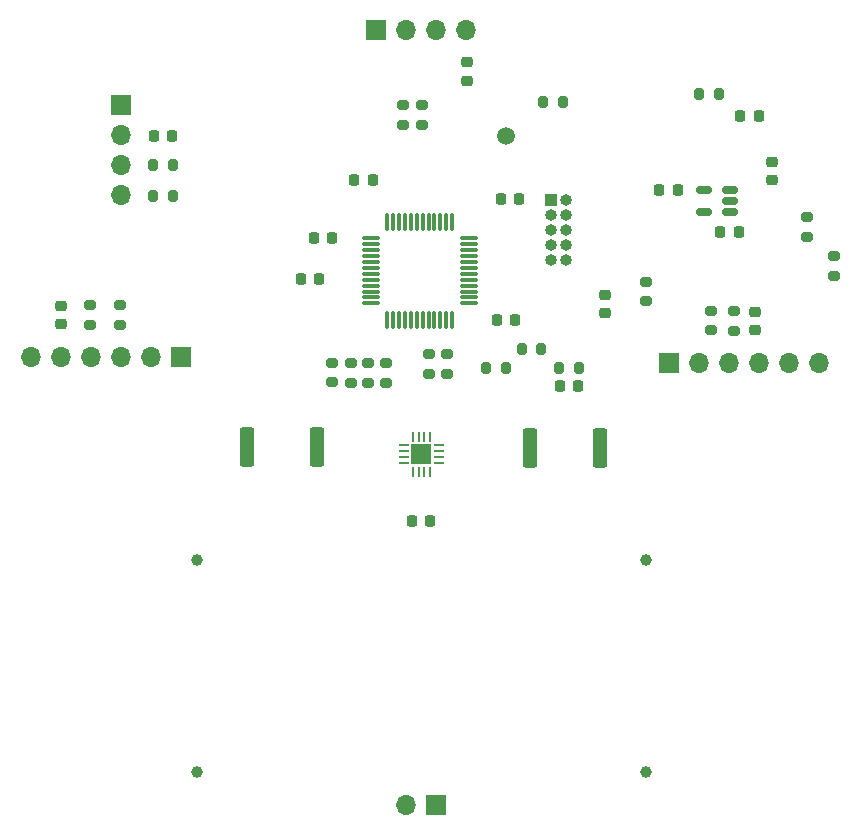
<source format=gbr>
%TF.GenerationSoftware,KiCad,Pcbnew,7.0.10*%
%TF.CreationDate,2024-01-31T17:44:34+01:00*%
%TF.ProjectId,minimouse,6d696e69-6d6f-4757-9365-2e6b69636164,rev?*%
%TF.SameCoordinates,Original*%
%TF.FileFunction,Soldermask,Top*%
%TF.FilePolarity,Negative*%
%FSLAX46Y46*%
G04 Gerber Fmt 4.6, Leading zero omitted, Abs format (unit mm)*
G04 Created by KiCad (PCBNEW 7.0.10) date 2024-01-31 17:44:34*
%MOMM*%
%LPD*%
G01*
G04 APERTURE LIST*
G04 Aperture macros list*
%AMRoundRect*
0 Rectangle with rounded corners*
0 $1 Rounding radius*
0 $2 $3 $4 $5 $6 $7 $8 $9 X,Y pos of 4 corners*
0 Add a 4 corners polygon primitive as box body*
4,1,4,$2,$3,$4,$5,$6,$7,$8,$9,$2,$3,0*
0 Add four circle primitives for the rounded corners*
1,1,$1+$1,$2,$3*
1,1,$1+$1,$4,$5*
1,1,$1+$1,$6,$7*
1,1,$1+$1,$8,$9*
0 Add four rect primitives between the rounded corners*
20,1,$1+$1,$2,$3,$4,$5,0*
20,1,$1+$1,$4,$5,$6,$7,0*
20,1,$1+$1,$6,$7,$8,$9,0*
20,1,$1+$1,$8,$9,$2,$3,0*%
G04 Aperture macros list end*
%ADD10R,1.700000X1.700000*%
%ADD11O,1.700000X1.700000*%
%ADD12RoundRect,0.225000X0.225000X0.250000X-0.225000X0.250000X-0.225000X-0.250000X0.225000X-0.250000X0*%
%ADD13RoundRect,0.075000X-0.075000X-0.662500X0.075000X-0.662500X0.075000X0.662500X-0.075000X0.662500X0*%
%ADD14RoundRect,0.075000X-0.662500X-0.075000X0.662500X-0.075000X0.662500X0.075000X-0.662500X0.075000X0*%
%ADD15RoundRect,0.200000X-0.200000X-0.275000X0.200000X-0.275000X0.200000X0.275000X-0.200000X0.275000X0*%
%ADD16C,1.000000*%
%ADD17RoundRect,0.225000X0.250000X-0.225000X0.250000X0.225000X-0.250000X0.225000X-0.250000X-0.225000X0*%
%ADD18RoundRect,0.225000X-0.250000X0.225000X-0.250000X-0.225000X0.250000X-0.225000X0.250000X0.225000X0*%
%ADD19RoundRect,0.200000X-0.275000X0.200000X-0.275000X-0.200000X0.275000X-0.200000X0.275000X0.200000X0*%
%ADD20C,1.500000*%
%ADD21RoundRect,0.062500X-0.325000X-0.062500X0.325000X-0.062500X0.325000X0.062500X-0.325000X0.062500X0*%
%ADD22RoundRect,0.062500X-0.062500X-0.325000X0.062500X-0.325000X0.062500X0.325000X-0.062500X0.325000X0*%
%ADD23R,1.800000X1.800000*%
%ADD24RoundRect,0.225000X-0.225000X-0.250000X0.225000X-0.250000X0.225000X0.250000X-0.225000X0.250000X0*%
%ADD25RoundRect,0.250000X-0.362500X-1.425000X0.362500X-1.425000X0.362500X1.425000X-0.362500X1.425000X0*%
%ADD26RoundRect,0.200000X0.200000X0.275000X-0.200000X0.275000X-0.200000X-0.275000X0.200000X-0.275000X0*%
%ADD27RoundRect,0.200000X0.275000X-0.200000X0.275000X0.200000X-0.275000X0.200000X-0.275000X-0.200000X0*%
%ADD28RoundRect,0.150000X0.512500X0.150000X-0.512500X0.150000X-0.512500X-0.150000X0.512500X-0.150000X0*%
%ADD29R,1.000000X1.000000*%
%ADD30O,1.000000X1.000000*%
%ADD31RoundRect,0.250000X0.362500X1.425000X-0.362500X1.425000X-0.362500X-1.425000X0.362500X-1.425000X0*%
%ADD32RoundRect,0.218750X0.218750X0.256250X-0.218750X0.256250X-0.218750X-0.256250X0.218750X-0.256250X0*%
G04 APERTURE END LIST*
D10*
%TO.C,U4*%
X146190000Y-69125000D03*
D11*
X148730000Y-69125000D03*
X151270000Y-69125000D03*
X153810000Y-69125000D03*
%TD*%
D12*
%TO.C,C6*%
X158260000Y-83500000D03*
X156710000Y-83500000D03*
%TD*%
D13*
%TO.C,U1*%
X147100000Y-85387500D03*
X147600000Y-85387500D03*
X148100000Y-85387500D03*
X148600000Y-85387500D03*
X149100000Y-85387500D03*
X149600000Y-85387500D03*
X150100000Y-85387500D03*
X150600000Y-85387500D03*
X151100000Y-85387500D03*
X151600000Y-85387500D03*
X152100000Y-85387500D03*
X152600000Y-85387500D03*
D14*
X154012500Y-86800000D03*
X154012500Y-87300000D03*
X154012500Y-87800000D03*
X154012500Y-88300000D03*
X154012500Y-88800000D03*
X154012500Y-89300000D03*
X154012500Y-89800000D03*
X154012500Y-90300000D03*
X154012500Y-90800000D03*
X154012500Y-91300000D03*
X154012500Y-91800000D03*
X154012500Y-92300000D03*
D13*
X152600000Y-93712500D03*
X152100000Y-93712500D03*
X151600000Y-93712500D03*
X151100000Y-93712500D03*
X150600000Y-93712500D03*
X150100000Y-93712500D03*
X149600000Y-93712500D03*
X149100000Y-93712500D03*
X148600000Y-93712500D03*
X148100000Y-93712500D03*
X147600000Y-93712500D03*
X147100000Y-93712500D03*
D14*
X145687500Y-92300000D03*
X145687500Y-91800000D03*
X145687500Y-91300000D03*
X145687500Y-90800000D03*
X145687500Y-90300000D03*
X145687500Y-89800000D03*
X145687500Y-89300000D03*
X145687500Y-88800000D03*
X145687500Y-88300000D03*
X145687500Y-87800000D03*
X145687500Y-87300000D03*
X145687500Y-86800000D03*
%TD*%
D15*
%TO.C,R1*%
X160330000Y-75230000D03*
X161980000Y-75230000D03*
%TD*%
D16*
%TO.C,M2*%
X131000000Y-114000000D03*
X131000000Y-132000000D03*
%TD*%
D17*
%TO.C,C20*%
X119440000Y-94055000D03*
X119440000Y-92505000D03*
%TD*%
D15*
%TO.C,R20*%
X127295000Y-80600000D03*
X128945000Y-80600000D03*
%TD*%
D18*
%TO.C,C9*%
X165520000Y-91562500D03*
X165520000Y-93112500D03*
%TD*%
D19*
%TO.C,R22*%
X121960000Y-92450000D03*
X121960000Y-94100000D03*
%TD*%
D20*
%TO.C,BOOT0*%
X157150000Y-78150000D03*
%TD*%
D11*
%TO.C,J4*%
X116900000Y-96800000D03*
X119440000Y-96800000D03*
X121980000Y-96800000D03*
X124520000Y-96800000D03*
X127060000Y-96800000D03*
D10*
X129600000Y-96800000D03*
%TD*%
D15*
%TO.C,R13*%
X163310000Y-97770000D03*
X161660000Y-97770000D03*
%TD*%
D19*
%TO.C,R4*%
X145500600Y-97375000D03*
X145500600Y-99025000D03*
%TD*%
D12*
%TO.C,C4*%
X142425000Y-86790000D03*
X140875000Y-86790000D03*
%TD*%
D21*
%TO.C,U2*%
X148512500Y-104330000D03*
X148512500Y-104830000D03*
X148512500Y-105330000D03*
X148512500Y-105830000D03*
D22*
X149250000Y-106567500D03*
X149750000Y-106567500D03*
X150250000Y-106567500D03*
X150750000Y-106567500D03*
D21*
X151487500Y-105830000D03*
X151487500Y-105330000D03*
X151487500Y-104830000D03*
X151487500Y-104330000D03*
D22*
X150750000Y-103592500D03*
X150250000Y-103592500D03*
X149750000Y-103592500D03*
X149250000Y-103592500D03*
D23*
X150000000Y-105080000D03*
%TD*%
D19*
%TO.C,R9*%
X148440000Y-75530000D03*
X148440000Y-77180000D03*
%TD*%
%TO.C,R24*%
X124500000Y-92450000D03*
X124500000Y-94100000D03*
%TD*%
D10*
%TO.C,U4*%
X146190000Y-69125000D03*
D11*
X148730000Y-69125000D03*
X151270000Y-69125000D03*
X153810000Y-69125000D03*
%TD*%
D12*
%TO.C,C12*%
X171700000Y-82670000D03*
X170150000Y-82670000D03*
%TD*%
D24*
%TO.C,C5*%
X156395000Y-93700000D03*
X157945000Y-93700000D03*
%TD*%
D19*
%TO.C,R15*%
X184950000Y-89975000D03*
X184950000Y-88325000D03*
%TD*%
D16*
%TO.C,M1*%
X169000000Y-132000000D03*
X169000000Y-114000000D03*
%TD*%
D19*
%TO.C,R23*%
X174540000Y-92905000D03*
X174540000Y-94555000D03*
%TD*%
%TO.C,R16*%
X182680000Y-84995000D03*
X182680000Y-86645000D03*
%TD*%
D15*
%TO.C,R18*%
X173530000Y-74610000D03*
X175180000Y-74610000D03*
%TD*%
D10*
%TO.C,J5*%
X151270000Y-134775000D03*
D11*
X148730000Y-134775000D03*
%TD*%
D12*
%TO.C,C3*%
X145875000Y-81860000D03*
X144325000Y-81860000D03*
%TD*%
D25*
%TO.C,R11*%
X159200000Y-104550000D03*
X165125000Y-104550000D03*
%TD*%
D10*
%TO.C,J3*%
X170960000Y-97360000D03*
D11*
X173500000Y-97360000D03*
X176040000Y-97360000D03*
X178580000Y-97360000D03*
X181120000Y-97360000D03*
X183660000Y-97360000D03*
%TD*%
D19*
%TO.C,R21*%
X176450000Y-92955000D03*
X176450000Y-94605000D03*
%TD*%
D15*
%TO.C,R8*%
X127295000Y-83180000D03*
X128945000Y-83180000D03*
%TD*%
D26*
%TO.C,R25*%
X160155000Y-96190000D03*
X158505000Y-96190000D03*
%TD*%
D27*
%TO.C,R7*%
X152179400Y-98251000D03*
X152179400Y-96601000D03*
%TD*%
D19*
%TO.C,R2*%
X142436600Y-97328000D03*
X142436600Y-98978000D03*
%TD*%
D24*
%TO.C,C7*%
X150735000Y-110700000D03*
X149185000Y-110700000D03*
%TD*%
D26*
%TO.C,R10*%
X155465000Y-97750000D03*
X157115000Y-97750000D03*
%TD*%
D24*
%TO.C,C8*%
X161715000Y-99320000D03*
X163265000Y-99320000D03*
%TD*%
D19*
%TO.C,R3*%
X144000600Y-99025000D03*
X144000600Y-97375000D03*
%TD*%
D12*
%TO.C,C2*%
X141325000Y-90250000D03*
X139775000Y-90250000D03*
%TD*%
D28*
%TO.C,U3*%
X176160000Y-84600000D03*
X176160000Y-83650000D03*
X176160000Y-82700000D03*
X173885000Y-82700000D03*
X173885000Y-84600000D03*
%TD*%
D24*
%TO.C,C1*%
X175305000Y-86240000D03*
X176855000Y-86240000D03*
%TD*%
D17*
%TO.C,C19*%
X178230000Y-93005000D03*
X178230000Y-94555000D03*
%TD*%
D19*
%TO.C,R5*%
X147000600Y-97375000D03*
X147000600Y-99025000D03*
%TD*%
D29*
%TO.C,J1*%
X160990000Y-83510000D03*
D30*
X162260000Y-83510000D03*
X160990000Y-84780000D03*
X162260000Y-84780000D03*
X160990000Y-86050000D03*
X162260000Y-86050000D03*
X160990000Y-87320000D03*
X162260000Y-87320000D03*
X160990000Y-88590000D03*
X162260000Y-88590000D03*
%TD*%
D10*
%TO.C,J2*%
X124590000Y-75540000D03*
D11*
X124590000Y-78080000D03*
X124590000Y-80620000D03*
X124590000Y-83160000D03*
%TD*%
D31*
%TO.C,R12*%
X141165000Y-104480000D03*
X135240000Y-104480000D03*
%TD*%
D19*
%TO.C,R14*%
X168970000Y-90470000D03*
X168970000Y-92120000D03*
%TD*%
D27*
%TO.C,R19*%
X150040000Y-77180000D03*
X150040000Y-75530000D03*
%TD*%
D17*
%TO.C,C11*%
X179700000Y-81890000D03*
X179700000Y-80340000D03*
%TD*%
D18*
%TO.C,C17*%
X153830000Y-71895000D03*
X153830000Y-73445000D03*
%TD*%
D32*
%TO.C,D1*%
X178565000Y-76470000D03*
X176990000Y-76470000D03*
%TD*%
D24*
%TO.C,C18*%
X127355000Y-78110000D03*
X128905000Y-78110000D03*
%TD*%
D27*
%TO.C,R6*%
X150630000Y-98250000D03*
X150630000Y-96600000D03*
%TD*%
M02*

</source>
